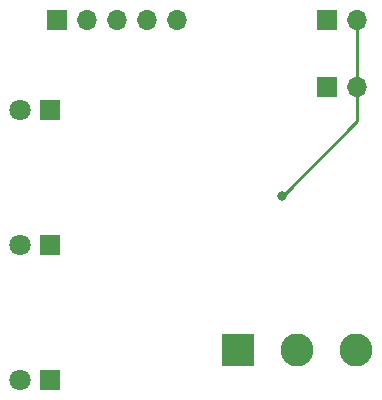
<source format=gbr>
%TF.GenerationSoftware,KiCad,Pcbnew,(6.0.9)*%
%TF.CreationDate,2023-08-13T20:03:35-07:00*%
%TF.ProjectId,LED_and_Switch_board,4c45445f-616e-4645-9f53-77697463685f,rev?*%
%TF.SameCoordinates,Original*%
%TF.FileFunction,Copper,L2,Bot*%
%TF.FilePolarity,Positive*%
%FSLAX46Y46*%
G04 Gerber Fmt 4.6, Leading zero omitted, Abs format (unit mm)*
G04 Created by KiCad (PCBNEW (6.0.9)) date 2023-08-13 20:03:35*
%MOMM*%
%LPD*%
G01*
G04 APERTURE LIST*
%TA.AperFunction,ComponentPad*%
%ADD10R,1.700000X1.700000*%
%TD*%
%TA.AperFunction,ComponentPad*%
%ADD11O,1.700000X1.700000*%
%TD*%
%TA.AperFunction,ComponentPad*%
%ADD12R,2.800000X2.800000*%
%TD*%
%TA.AperFunction,ComponentPad*%
%ADD13C,2.800000*%
%TD*%
%TA.AperFunction,ComponentPad*%
%ADD14C,1.800000*%
%TD*%
%TA.AperFunction,ComponentPad*%
%ADD15R,1.800000X1.800000*%
%TD*%
%TA.AperFunction,ViaPad*%
%ADD16C,0.800000*%
%TD*%
%TA.AperFunction,Conductor*%
%ADD17C,0.250000*%
%TD*%
G04 APERTURE END LIST*
D10*
%TO.P,J4,1,Pin_1*%
%TO.N,GND*%
X155575000Y-92075000D03*
D11*
%TO.P,J4,2,Pin_2*%
%TO.N,+3.3V*%
X158115000Y-92075000D03*
%TD*%
D12*
%TO.P,J1,1,Pin_1*%
%TO.N,Net-(J2-Pad4)*%
X148035000Y-114280000D03*
D13*
%TO.P,J1,2,Pin_2*%
%TO.N,GND*%
X153035000Y-114280000D03*
%TO.P,J1,3,Pin_3*%
%TO.N,Net-(J2-Pad5)*%
X158035000Y-114280000D03*
%TD*%
D10*
%TO.P,J3,1,Pin_1*%
%TO.N,GND*%
X155575000Y-86360000D03*
D11*
%TO.P,J3,2,Pin_2*%
%TO.N,+3.3V*%
X158115000Y-86360000D03*
%TD*%
%TO.P,J2,5,Pin_5*%
%TO.N,Net-(J2-Pad5)*%
X142880000Y-86360000D03*
%TO.P,J2,4,Pin_4*%
%TO.N,Net-(J2-Pad4)*%
X140340000Y-86360000D03*
%TO.P,J2,3,Pin_3*%
%TO.N,Net-(D3-Pad2)*%
X137800000Y-86360000D03*
%TO.P,J2,2,Pin_2*%
%TO.N,Net-(D2-Pad2)*%
X135260000Y-86360000D03*
D10*
%TO.P,J2,1,Pin_1*%
%TO.N,Net-(D1-Pad2)*%
X132720000Y-86360000D03*
%TD*%
D14*
%TO.P,D3,2,A*%
%TO.N,Net-(D3-Pad2)*%
X129545000Y-116840000D03*
D15*
%TO.P,D3,1,K*%
%TO.N,Net-(D3-Pad1)*%
X132085000Y-116840000D03*
%TD*%
%TO.P,D2,1,K*%
%TO.N,Net-(D2-Pad1)*%
X132080000Y-105410000D03*
D14*
%TO.P,D2,2,A*%
%TO.N,Net-(D2-Pad2)*%
X129540000Y-105410000D03*
%TD*%
D15*
%TO.P,D1,1,K*%
%TO.N,Net-(D1-Pad1)*%
X132085000Y-93980000D03*
D14*
%TO.P,D1,2,A*%
%TO.N,Net-(D1-Pad2)*%
X129545000Y-93980000D03*
%TD*%
D16*
%TO.N,+3.3V*%
X151765000Y-101235497D03*
%TD*%
D17*
%TO.N,+3.3V*%
X158115000Y-92075000D02*
X158115000Y-86360000D01*
X158115000Y-94911299D02*
X158115000Y-92075000D01*
X151790802Y-101235497D02*
X158115000Y-94911299D01*
X151765000Y-101235497D02*
X151790802Y-101235497D01*
%TD*%
M02*

</source>
